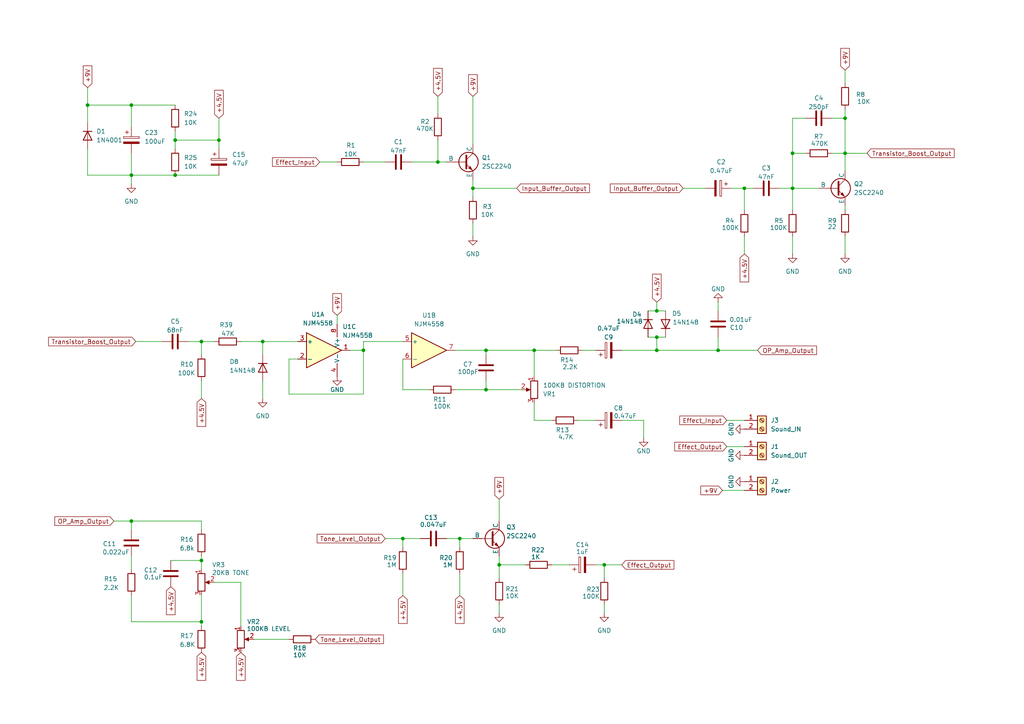
<source format=kicad_sch>
(kicad_sch (version 20250114) (generator "eeschema") (generator_version "9.0")
  (paper "A4")
  (lib_symbols
    (symbol "Amplifier_Operational:NJM4558" (pin_names (offset 0.127))
      (property "Reference" "U" (at 0 5.08 0))
      (property "Value" "NJM4558" (at 0 -5.08 0))
      (symbol "NJM4558_1_1"
        (polyline (pts (xy -5.08 5.08) (xy 5.08 0) (xy -5.08 -5.08) (xy -5.08 5.08)) (stroke (width 0.254)) (fill (type background)))
        (pin input line (at -7.62 2.54 0) (length 2.54) (name "+") (number "3"))
        (pin input line (at -7.62 -2.54 0) (length 2.54) (name "-") (number "2"))
        (pin output line (at 7.62 0 180) (length 2.54) (name "~") (number "1"))
      )
      (symbol "NJM4558_2_1"
        (polyline (pts (xy -5.08 5.08) (xy 5.08 0) (xy -5.08 -5.08) (xy -5.08 5.08)) (stroke (width 0.254)) (fill (type background)))
        (pin input line (at -7.62 2.54 0) (length 2.54) (name "+") (number "5"))
        (pin input line (at -7.62 -2.54 0) (length 2.54) (name "-") (number "6"))
        (pin output line (at 7.62 0 180) (length 2.54) (name "~") (number "7"))
      )
      (symbol "NJM4558_3_1"
        (pin power_in line (at -2.54 7.62 270) (length 3.81) (name "V+") (number "8"))
        (pin power_in line (at -2.54 -7.62 90) (length 3.81) (name "V-") (number "4"))
      )
    )
    (symbol "Connector:Screw_Terminal_01x02" (pin_names (offset 1.016) (hide yes))
      (property "Reference" "J" (at 0 2.54 0))
      (property "Value" "Screw_Terminal_01x02" (at 0 -5.08 0))
      (symbol "Screw_Terminal_01x02_1_1"
        (rectangle (start -1.27 1.27) (end 1.27 -3.81) (stroke (width 0.254)) (fill (type background)))
        (polyline (pts (xy -0.5334 0.3302) (xy 0.3302 -0.508)) (stroke (width 0.1524)))
        (polyline (pts (xy -0.5334 -2.2098) (xy 0.3302 -3.048)) (stroke (width 0.1524)))
        (polyline (pts (xy -0.3556 0.508) (xy 0.508 -0.3302)) (stroke (width 0.1524)))
        (polyline (pts (xy -0.3556 -2.032) (xy 0.508 -2.8702)) (stroke (width 0.1524)))
        (circle (center 0 0) (radius 0.635) (stroke (width 0.1524)))
        (circle (center 0 -2.54) (radius 0.635) (stroke (width 0.1524)))
        (pin passive line (at -5.08 0 0) (length 3.81) (name "Pin_1") (number "1"))
        (pin passive line (at -5.08 -2.54 0) (length 3.81) (name "Pin_2") (number "2"))
      )
    )
    (symbol "Device:C" (pin_numbers (hide yes)) (pin_names (offset 0.254))
      (property "Reference" "C" (at 0.635 2.54 0))
      (property "Value" "C" (at 0.635 -2.54 0))
      (symbol "C_0_1"
        (polyline (pts (xy -2.032 0.762) (xy 2.032 0.762)) (stroke (width 0.508)))
        (polyline (pts (xy -2.032 -0.762) (xy 2.032 -0.762)) (stroke (width 0.508)))
      )
      (symbol "C_1_1"
        (pin passive line (at 0 3.81 270) (length 2.794) (name "~") (number "1"))
        (pin passive line (at 0 -3.81 90) (length 2.794) (name "~") (number "2"))
      )
    )
    (symbol "Device:C_Polarized" (pin_numbers (hide yes)) (pin_names (offset 0.254))
      (property "Reference" "C" (at 0.635 2.54 0))
      (property "Value" "C_Polarized" (at 0.635 -2.54 0))
      (symbol "C_Polarized_0_1"
        (rectangle (start -2.286 0.508) (end 2.286 1.016))
        (polyline (pts (xy -1.778 2.286) (xy -0.762 2.286)))
        (polyline (pts (xy -1.27 2.794) (xy -1.27 1.778)))
        (rectangle (start 2.286 -0.508) (end -2.286 -1.016) (fill (type outline)))
      )
      (symbol "C_Polarized_1_1"
        (pin passive line (at 0 3.81 270) (length 2.794) (name "~") (number "1"))
        (pin passive line (at 0 -3.81 90) (length 2.794) (name "~") (number "2"))
      )
    )
    (symbol "Device:D" (pin_numbers (hide yes)) (pin_names (offset 1.016) (hide yes))
      (property "Reference" "D" (at 0 2.54 0))
      (property "Value" "D" (at 0 -2.54 0))
      (symbol "D_0_1"
        (polyline (pts (xy -1.27 1.27) (xy -1.27 -1.27)) (stroke (width 0.254)))
        (polyline (pts (xy 1.27 1.27) (xy 1.27 -1.27) (xy -1.27 0) (xy 1.27 1.27)) (stroke (width 0.254)))
        (polyline (pts (xy 1.27 0) (xy -1.27 0)))
      )
      (symbol "D_1_1"
        (pin passive line (at -3.81 0 0) (length 2.54) (name "K") (number "1"))
        (pin passive line (at 3.81 0 180) (length 2.54) (name "A") (number "2"))
      )
    )
    (symbol "Device:R" (pin_numbers (hide yes)) (pin_names (offset 0))
      (property "Reference" "R" (at 2.032 0 90))
      (property "Value" "R" (at 0 0 90))
      (symbol "R_0_1"
        (rectangle (start -1.016 -2.54) (end 1.016 2.54) (stroke (width 0.254)))
      )
      (symbol "R_1_1"
        (pin passive line (at 0 3.81 270) (length 1.27) (name "~") (number "1"))
        (pin passive line (at 0 -3.81 90) (length 1.27) (name "~") (number "2"))
      )
    )
    (symbol "Device:R_Potentiometer" (pin_names (offset 1.016) (hide yes))
      (property "Reference" "RV" (at -4.445 0 90))
      (property "Value" "R_Potentiometer" (at -2.54 0 90))
      (symbol "R_Potentiometer_0_1"
        (rectangle (start 1.016 2.54) (end -1.016 -2.54) (stroke (width 0.254)))
        (polyline (pts (xy 1.143 0) (xy 2.286 0.508) (xy 2.286 -0.508) (xy 1.143 0)) (fill (type outline)))
        (polyline (pts (xy 2.54 0) (xy 1.524 0)))
      )
      (symbol "R_Potentiometer_1_1"
        (pin passive line (at 0 3.81 270) (length 1.27) (name "1") (number "1"))
        (pin passive line (at 0 -3.81 90) (length 1.27) (name "3") (number "3"))
        (pin passive line (at 3.81 0 180) (length 1.27) (name "2") (number "2"))
      )
    )
    (symbol "Simulation_SPICE:NPN" (pin_numbers (hide yes)) (pin_names (offset 0))
      (property "Reference" "Q" (at -2.54 7.62 0))
      (property "Value" "NPN" (at -2.54 5.08 0))
      (symbol "NPN_0_1"
        (polyline (pts (xy -2.54 0) (xy 0.635 0)) (stroke (width 0.1524)))
        (polyline (pts (xy 0.635 1.905) (xy 0.635 -1.905) (xy 0.635 -1.905)) (stroke (width 0.508)))
        (polyline (pts (xy 0.635 0.635) (xy 2.54 2.54)))
        (polyline (pts (xy 0.635 -0.635) (xy 2.54 -2.54) (xy 2.54 -2.54)))
        (circle (center 1.27 0) (radius 2.8194) (stroke (width 0.254)))
        (polyline (pts (xy 1.27 -1.778) (xy 1.778 -1.27) (xy 2.286 -2.286) (xy 1.27 -1.778) (xy 1.27 -1.778)) (fill (type outline)))
        (polyline (pts (xy 2.794 -1.27) (xy 2.794 -1.27)) (stroke (width 0.1524)))
        (polyline (pts (xy 2.794 -1.27) (xy 2.794 -1.27)) (stroke (width 0.1524)))
      )
      (symbol "NPN_1_1"
        (pin input line (at -5.08 0 0) (length 2.54) (name "B") (number "2"))
        (pin open_collector line (at 2.54 5.08 270) (length 2.54) (name "C") (number "1"))
        (pin open_emitter line (at 2.54 -5.08 90) (length 2.54) (name "E") (number "3"))
      )
    )
    (symbol "power:GND" (power) (pin_numbers (hide yes)) (pin_names (offset 0) (hide yes))
      (property "Value" "GND" (at 0 -3.81 0))
      (symbol "GND_0_1"
        (polyline (pts (xy 0 0) (xy 0 -1.27) (xy 1.27 -1.27) (xy 0 -2.54) (xy -1.27 -1.27) (xy 0 -1.27)))
      )
      (symbol "GND_1_1"
        (pin power_in line (at 0 0 270) (length 0) (name "~") (number "1"))
      )
    )
  )
  (junction (at 137.16 54.61))
  (junction (at 133.35 156.21))
  (junction (at 105.41 101.6))
  (junction (at 175.26 163.83))
  (junction (at 144.78 163.83))
  (junction (at 190.5 90.17))
  (junction (at 116.84 156.21))
  (junction (at 127 46.99))
  (junction (at 208.28 101.6))
  (junction (at 245.11 44.45))
  (junction (at 76.2 99.06))
  (junction (at 245.11 34.29))
  (junction (at 38.1 151.13))
  (junction (at 215.9 54.61))
  (junction (at 50.8 50.8))
  (junction (at 50.8 40.64))
  (junction (at 38.1 30.48))
  (junction (at 140.97 101.6))
  (junction (at 25.4 30.48))
  (junction (at 190.5 97.79))
  (junction (at 154.94 101.6))
  (junction (at 58.42 180.34))
  (junction (at 58.42 99.06))
  (junction (at 38.1 50.8))
  (junction (at 229.87 44.45))
  (junction (at 229.87 54.61))
  (junction (at 140.97 113.03))
  (junction (at 190.5 101.6))
  (junction (at 58.42 162.56))
  (junction (at 63.5 40.64))
  (wire (pts (xy 50.8 40.64) (xy 63.5 40.64)))
  (wire (pts (xy 215.9 68.58) (xy 215.9 73.66)))
  (wire (pts (xy 116.84 166.37) (xy 116.84 172.72)))
  (wire (pts (xy 198.12 54.61) (xy 204.47 54.61)))
  (wire (pts (xy 133.35 156.21) (xy 137.16 156.21)))
  (wire (pts (xy 69.85 99.06) (xy 76.2 99.06)))
  (wire (pts (xy 180.34 101.6) (xy 190.5 101.6)))
  (wire (pts (xy 25.4 50.8) (xy 38.1 50.8)))
  (wire (pts (xy 50.8 50.8) (xy 63.5 50.8)))
  (wire (pts (xy 167.64 121.92) (xy 172.72 121.92)))
  (wire (pts (xy 92.71 46.99) (xy 97.79 46.99)))
  (wire (pts (xy 168.91 101.6) (xy 172.72 101.6)))
  (wire (pts (xy 229.87 68.58) (xy 229.87 73.66)))
  (wire (pts (xy 86.36 104.14) (xy 83.82 104.14)))
  (wire (pts (xy 172.72 163.83) (xy 175.26 163.83)))
  (wire (pts (xy 229.87 54.61) (xy 237.49 54.61)))
  (wire (pts (xy 25.4 30.48) (xy 25.4 35.56)))
  (wire (pts (xy 208.28 101.6) (xy 208.28 97.79)))
  (wire (pts (xy 58.42 162.56) (xy 58.42 165.1)))
  (wire (pts (xy 116.84 113.03) (xy 124.46 113.03)))
  (wire (pts (xy 38.1 151.13) (xy 38.1 153.67)))
  (wire (pts (xy 58.42 99.06) (xy 62.23 99.06)))
  (wire (pts (xy 119.38 46.99) (xy 127 46.99)))
  (wire (pts (xy 208.28 101.6) (xy 219.71 101.6)))
  (wire (pts (xy 63.5 40.64) (xy 63.5 43.18)))
  (wire (pts (xy 160.02 163.83) (xy 165.1 163.83)))
  (wire (pts (xy 229.87 34.29) (xy 229.87 44.45)))
  (wire (pts (xy 38.1 36.83) (xy 38.1 30.48)))
  (wire (pts (xy 62.23 168.91) (xy 69.85 168.91)))
  (wire (pts (xy 76.2 110.49) (xy 76.2 115.57)))
  (wire (pts (xy 154.94 116.84) (xy 154.94 121.92)))
  (wire (pts (xy 58.42 151.13) (xy 58.42 153.67)))
  (wire (pts (xy 50.8 38.1) (xy 50.8 40.64)))
  (wire (pts (xy 63.5 34.29) (xy 63.5 40.64)))
  (wire (pts (xy 190.5 87.63) (xy 190.5 90.17)))
  (wire (pts (xy 144.78 163.83) (xy 152.4 163.83)))
  (wire (pts (xy 245.11 34.29) (xy 245.11 44.45)))
  (wire (pts (xy 105.41 99.06) (xy 105.41 101.6)))
  (wire (pts (xy 215.9 54.61) (xy 215.9 60.96)))
  (wire (pts (xy 190.5 90.17) (xy 193.04 90.17)))
  (wire (pts (xy 97.79 91.44) (xy 97.79 93.98)))
  (wire (pts (xy 33.02 151.13) (xy 38.1 151.13)))
  (wire (pts (xy 245.11 20.32) (xy 245.11 24.13)))
  (wire (pts (xy 25.4 25.4) (xy 25.4 30.48)))
  (wire (pts (xy 105.41 46.99) (xy 111.76 46.99)))
  (wire (pts (xy 210.82 121.92) (xy 215.9 121.92)))
  (wire (pts (xy 215.9 54.61) (xy 218.44 54.61)))
  (wire (pts (xy 58.42 99.06) (xy 58.42 102.87)))
  (wire (pts (xy 73.66 185.42) (xy 83.82 185.42)))
  (wire (pts (xy 137.16 54.61) (xy 137.16 57.15)))
  (wire (pts (xy 144.78 175.26) (xy 144.78 177.8)))
  (wire (pts (xy 154.94 101.6) (xy 161.29 101.6)))
  (wire (pts (xy 137.16 64.77) (xy 137.16 68.58)))
  (wire (pts (xy 127 46.99) (xy 129.54 46.99)))
  (wire (pts (xy 127 27.94) (xy 127 33.02)))
  (wire (pts (xy 245.11 68.58) (xy 245.11 73.66)))
  (wire (pts (xy 116.84 156.21) (xy 116.84 158.75)))
  (wire (pts (xy 38.1 180.34) (xy 38.1 172.72)))
  (wire (pts (xy 38.1 161.29) (xy 38.1 165.1)))
  (wire (pts (xy 175.26 163.83) (xy 180.34 163.83)))
  (wire (pts (xy 140.97 101.6) (xy 154.94 101.6)))
  (wire (pts (xy 190.5 101.6) (xy 190.5 97.79)))
  (wire (pts (xy 245.11 44.45) (xy 251.46 44.45)))
  (wire (pts (xy 58.42 172.72) (xy 58.42 180.34)))
  (wire (pts (xy 38.1 50.8) (xy 50.8 50.8)))
  (wire (pts (xy 38.1 151.13) (xy 58.42 151.13)))
  (wire (pts (xy 25.4 30.48) (xy 38.1 30.48)))
  (wire (pts (xy 180.34 121.92) (xy 186.69 121.92)))
  (wire (pts (xy 175.26 163.83) (xy 175.26 167.64)))
  (wire (pts (xy 241.3 34.29) (xy 245.11 34.29)))
  (wire (pts (xy 137.16 52.07) (xy 137.16 54.61)))
  (wire (pts (xy 229.87 34.29) (xy 233.68 34.29)))
  (wire (pts (xy 208.28 87.63) (xy 208.28 90.17)))
  (wire (pts (xy 212.09 54.61) (xy 215.9 54.61)))
  (wire (pts (xy 140.97 101.6) (xy 140.97 102.87)))
  (wire (pts (xy 50.8 40.64) (xy 50.8 43.18)))
  (wire (pts (xy 38.1 50.8) (xy 38.1 53.34)))
  (wire (pts (xy 76.2 99.06) (xy 76.2 102.87)))
  (wire (pts (xy 58.42 181.61) (xy 58.42 180.34)))
  (wire (pts (xy 76.2 99.06) (xy 86.36 99.06)))
  (wire (pts (xy 58.42 161.29) (xy 58.42 162.56)))
  (wire (pts (xy 210.82 129.54) (xy 215.9 129.54)))
  (wire (pts (xy 245.11 44.45) (xy 245.11 49.53)))
  (wire (pts (xy 140.97 113.03) (xy 140.97 110.49)))
  (wire (pts (xy 83.82 104.14) (xy 83.82 114.3)))
  (wire (pts (xy 83.82 114.3) (xy 105.41 114.3)))
  (wire (pts (xy 38.1 44.45) (xy 38.1 50.8)))
  (wire (pts (xy 245.11 59.69) (xy 245.11 60.96)))
  (wire (pts (xy 229.87 44.45) (xy 229.87 54.61)))
  (wire (pts (xy 154.94 121.92) (xy 160.02 121.92)))
  (wire (pts (xy 132.08 113.03) (xy 140.97 113.03)))
  (wire (pts (xy 111.76 156.21) (xy 116.84 156.21)))
  (wire (pts (xy 25.4 43.18) (xy 25.4 50.8)))
  (wire (pts (xy 58.42 162.56) (xy 49.53 162.56)))
  (wire (pts (xy 187.96 97.79) (xy 190.5 97.79)))
  (wire (pts (xy 58.42 180.34) (xy 38.1 180.34)))
  (wire (pts (xy 229.87 44.45) (xy 233.68 44.45)))
  (wire (pts (xy 38.1 30.48) (xy 50.8 30.48)))
  (wire (pts (xy 116.84 99.06) (xy 105.41 99.06)))
  (wire (pts (xy 245.11 34.29) (xy 245.11 31.75)))
  (wire (pts (xy 229.87 54.61) (xy 229.87 60.96)))
  (wire (pts (xy 116.84 104.14) (xy 116.84 113.03)))
  (wire (pts (xy 127 40.64) (xy 127 46.99)))
  (wire (pts (xy 187.96 90.17) (xy 190.5 90.17)))
  (wire (pts (xy 54.61 99.06) (xy 58.42 99.06)))
  (wire (pts (xy 241.3 44.45) (xy 245.11 44.45)))
  (wire (pts (xy 105.41 114.3) (xy 105.41 101.6)))
  (wire (pts (xy 116.84 156.21) (xy 121.92 156.21)))
  (wire (pts (xy 144.78 161.29) (xy 144.78 163.83)))
  (wire (pts (xy 186.69 121.92) (xy 186.69 127)))
  (wire (pts (xy 144.78 163.83) (xy 144.78 167.64)))
  (wire (pts (xy 226.06 54.61) (xy 229.87 54.61)))
  (wire (pts (xy 154.94 101.6) (xy 154.94 109.22)))
  (wire (pts (xy 144.78 144.78) (xy 144.78 151.13)))
  (wire (pts (xy 129.54 156.21) (xy 133.35 156.21)))
  (wire (pts (xy 39.37 99.06) (xy 46.99 99.06)))
  (wire (pts (xy 209.55 142.24) (xy 215.9 142.24)))
  (wire (pts (xy 105.41 101.6) (xy 101.6 101.6)))
  (wire (pts (xy 137.16 54.61) (xy 149.86 54.61)))
  (wire (pts (xy 132.08 101.6) (xy 140.97 101.6)))
  (wire (pts (xy 140.97 113.03) (xy 151.13 113.03)))
  (wire (pts (xy 69.85 168.91) (xy 69.85 181.61)))
  (wire (pts (xy 190.5 97.79) (xy 193.04 97.79)))
  (wire (pts (xy 137.16 27.94) (xy 137.16 41.91)))
  (wire (pts (xy 58.42 110.49) (xy 58.42 115.57)))
  (wire (pts (xy 133.35 166.37) (xy 133.35 172.72)))
  (wire (pts (xy 175.26 175.26) (xy 175.26 177.8)))
  (wire (pts (xy 133.35 156.21) (xy 133.35 158.75)))
  (wire (pts (xy 190.5 101.6) (xy 208.28 101.6)))
  (global_label "Transistor_Boost_Output" (shape input) (at 39.37 99.06 180) (property "Intersheetrefs" "${INTERSHEET_REFS}" (effects (hide yes))))
  (global_label "Input_Buffer_Output" (shape input) (at 149.86 54.61 0) (property "Intersheetrefs" "${INTERSHEET_REFS}" (effects (hide yes))))
  (global_label "Tone_Level_Output" (shape input) (at 91.44 185.42 0) (property "Intersheetrefs" "${INTERSHEET_REFS}" (effects (hide yes))))
  (global_label "+4.5V" (shape input) (at 215.9 73.66 270) (property "Intersheetrefs" "${INTERSHEET_REFS}" (effects (hide yes))))
  (global_label "+4.5V" (shape input) (at 133.35 172.72 270) (property "Intersheetrefs" "${INTERSHEET_REFS}" (effects (hide yes))))
  (global_label "+4.5V" (shape input) (at 49.53 170.18 270) (property "Intersheetrefs" "${INTERSHEET_REFS}" (effects (hide yes))))
  (global_label "Tone_Level_Output" (shape input) (at 111.76 156.21 180) (property "Intersheetrefs" "${INTERSHEET_REFS}" (effects (hide yes))))
  (global_label "Input_Buffer_Output" (shape input) (at 198.12 54.61 180) (property "Intersheetrefs" "${INTERSHEET_REFS}" (effects (hide yes))))
  (global_label "OP_Amp_Output" (shape input) (at 219.71 101.6 0) (property "Intersheetrefs" "${INTERSHEET_REFS}" (effects (hide yes))))
  (global_label "Effect_Output" (shape input) (at 180.34 163.83 0) (property "Intersheetrefs" "${INTERSHEET_REFS}" (effects (hide yes))))
  (global_label "+4.5V" (shape input) (at 58.42 115.57 270) (property "Intersheetrefs" "${INTERSHEET_REFS}" (effects (hide yes))))
  (global_label "+9V" (shape input) (at 137.16 27.94 90) (property "Intersheetrefs" "${INTERSHEET_REFS}" (effects (hide yes))))
  (global_label "OP_Amp_Output" (shape input) (at 33.02 151.13 180) (property "Intersheetrefs" "${INTERSHEET_REFS}" (effects (hide yes))))
  (global_label "+4.5V" (shape input) (at 116.84 172.72 270) (property "Intersheetrefs" "${INTERSHEET_REFS}" (effects (hide yes))))
  (global_label "+4.5V" (shape input) (at 63.5 34.29 90) (property "Intersheetrefs" "${INTERSHEET_REFS}" (effects (hide yes))))
  (global_label "+4.5V" (shape input) (at 69.85 189.23 270) (property "Intersheetrefs" "${INTERSHEET_REFS}" (effects (hide yes))))
  (global_label "Effect_Input" (shape input) (at 210.82 121.92 180) (property "Intersheetrefs" "${INTERSHEET_REFS}" (effects (hide yes))))
  (global_label "+9V" (shape input) (at 245.11 20.32 90) (property "Intersheetrefs" "${INTERSHEET_REFS}" (effects (hide yes))))
  (global_label "+4.5V" (shape input) (at 58.42 189.23 270) (property "Intersheetrefs" "${INTERSHEET_REFS}" (effects (hide yes))))
  (global_label "Transistor_Boost_Output" (shape input) (at 251.46 44.45 0) (property "Intersheetrefs" "${INTERSHEET_REFS}" (effects (hide yes))))
  (global_label "+4.5V" (shape input) (at 190.5 87.63 90) (property "Intersheetrefs" "${INTERSHEET_REFS}" (effects (hide yes))))
  (global_label "Effect_Input" (shape input) (at 92.71 46.99 180) (property "Intersheetrefs" "${INTERSHEET_REFS}" (effects (hide yes))))
  (global_label "Effect_Output" (shape input) (at 210.82 129.54 180) (property "Intersheetrefs" "${INTERSHEET_REFS}" (effects (hide yes))))
  (global_label "+9V" (shape input) (at 144.78 144.78 90) (property "Intersheetrefs" "${INTERSHEET_REFS}" (effects (hide yes))))
  (global_label "+9V" (shape input) (at 25.4 25.4 90) (property "Intersheetrefs" "${INTERSHEET_REFS}" (effects (hide yes))))
  (global_label "+4.5V" (shape input) (at 127 27.94 90) (property "Intersheetrefs" "${INTERSHEET_REFS}" (effects (hide yes))))
  (global_label "+9V" (shape input) (at 97.79 91.44 90) (property "Intersheetrefs" "${INTERSHEET_REFS}" (effects (hide yes))))
  (global_label "+9V" (shape input) (at 209.55 142.24 180) (property "Intersheetrefs" "${INTERSHEET_REFS}" (effects (hide yes))))
  (symbol (lib_id "Connector:Screw_Terminal_01x02") (at 220.98 129.54 0) (unit 1)
    (property "Reference" "J1" (at 223.52 129.5399 0) (effects (justify left)))
    (property "Value" "Sound_OUT" (at 223.52 132.0799 0) (effects (justify left)))
    (property "Footprint" "TerminalBlock_Phoenix:TerminalBlock_Phoenix_MPT-0,5-2-2.54_1x02_P2.54mm_Horizontal" (effects (hide yes)))
    (property "Description" "Generic screw terminal, single row, 01x02, script generated (kicad-library-utils/schlib/autogen/connector/)" (effects (hide yes)))
  )
  (symbol (lib_id "Device:C") (at 50.8 99.06 90) (unit 1)
    (property "Reference" "C5" (at 50.8 93.218 90))
    (property "Value" "68nF" (at 50.8 95.758 90))
    (property "Footprint" "Capacitor_THT:C_Disc_D5.0mm_W2.5mm_P2.50mm" (effects (hide yes)))
    (property "Description" "Unpolarized capacitor" (effects (hide yes)))
  )
  (symbol (lib_id "power:GND") (at 97.79 109.22 0) (unit 1)
    (property "Reference" "#PWR06" (effects (hide yes)))
    (property "Value" "GND" (at 97.79 113.03 0))
    (property "Description" "Power symbol creates a global label with name \"GND\" , ground" (effects (hide yes)))
  )
  (symbol (lib_id "Device:R") (at 58.42 157.48 180) (unit 1)
    (property "Reference" "R16" (at 56.134 156.464 0) (effects (justify left)))
    (property "Value" "6.8k" (at 56.388 159.004 0) (effects (justify left)))
    (property "Footprint" "Resistor_THT:R_Axial_DIN0207_L6.3mm_D2.5mm_P10.16mm_Horizontal" (effects (hide yes)))
    (property "Description" "Resistor" (effects (hide yes)))
  )
  (symbol (lib_id "Device:C_Polarized") (at 63.5 46.99 0) (unit 1)
    (property "Reference" "C15" (at 67.31 44.8309 0) (effects (justify left)))
    (property "Value" "47uF" (at 67.31 47.3709 0) (effects (justify left)))
    (property "Footprint" "Capacitor_THT:CP_Radial_D5.0mm_P2.50mm" (effects (hide yes)))
    (property "Description" "Polarized capacitor" (effects (hide yes)))
  )
  (symbol (lib_id "Device:C_Polarized") (at 208.28 54.61 270) (unit 1)
    (property "Reference" "C2" (at 209.169 46.99 90))
    (property "Value" "0.47uF" (at 209.169 49.53 90))
    (property "Footprint" "Capacitor_THT:CP_Radial_D5.0mm_P2.50mm" (effects (hide yes)))
    (property "Description" "Polarized capacitor" (effects (hide yes)))
  )
  (symbol (lib_id "Device:C") (at 222.25 54.61 90) (unit 1)
    (property "Reference" "C3" (at 222.25 48.768 90))
    (property "Value" "47nF" (at 222.25 51.308 90))
    (property "Footprint" "Capacitor_THT:C_Disc_D5.0mm_W2.5mm_P2.50mm" (effects (hide yes)))
    (property "Description" "Unpolarized capacitor" (effects (hide yes)))
  )
  (symbol (lib_id "Simulation_SPICE:NPN") (at 142.24 156.21 0) (unit 1)
    (property "Reference" "Q3" (at 146.812 152.908 0) (effects (justify left)))
    (property "Value" "2SC2240" (at 146.812 155.448 0) (effects (justify left)))
    (property "Footprint" "Package_TO_SOT_THT:TO-92L_Inline_Wide" (effects (hide yes)))
    (property "Datasheet" "https://ngspice.sourceforge.io/docs/ngspice-html-manual/manual.xhtml#cha_BJTs" (effects (hide yes)))
    (property "Description" "Bipolar transistor symbol for simulation only, substrate tied to the emitter" (effects (hide yes)))
    (property "Sim.Device" "NPN" (effects (hide yes)))
    (property "Sim.Type" "GUMMELPOON" (effects (hide yes)))
    (property "Sim.Pins" "1=C 2=B 3=E" (effects (hide yes)))
  )
  (symbol (lib_id "Device:C") (at 208.28 93.98 0) (unit 1)
    (property "Reference" "C10" (at 213.614 94.996 0))
    (property "Value" "0.01uF" (at 214.884 92.71 0))
    (property "Footprint" "Capacitor_THT:C_Disc_D5.0mm_W2.5mm_P2.50mm" (effects (hide yes)))
    (property "Description" "Unpolarized capacitor" (effects (hide yes)))
  )
  (symbol (lib_id "Device:D") (at 193.04 93.98 90) (unit 1)
    (property "Reference" "D5" (at 197.612 90.932 90) (effects (justify left)))
    (property "Value" "14N148" (at 202.692 93.472 90) (effects (justify left)))
    (property "Footprint" "Diode_THT:D_DO-35_SOD27_P7.62mm_Horizontal" (effects (hide yes)))
    (property "Description" "Diode" (effects (hide yes)))
    (property "Sim.Device" "D" (effects (hide yes)))
    (property "Sim.Pins" "1=K 2=A" (effects (hide yes)))
  )
  (symbol (lib_id "Device:C") (at 125.73 156.21 270) (unit 1)
    (property "Reference" "C13" (at 124.968 150.114 90))
    (property "Value" "0.047uF" (at 125.73 152.146 90))
    (property "Footprint" "Capacitor_THT:C_Disc_D5.0mm_W2.5mm_P2.50mm" (effects (hide yes)))
    (property "Description" "Unpolarized capacitor" (effects (hide yes)))
  )
  (symbol (lib_id "Device:C_Polarized") (at 176.53 101.6 90) (unit 1)
    (property "Reference" "C9" (at 176.53 97.79 90))
    (property "Value" "0.47uF" (at 176.53 95.25 90))
    (property "Footprint" "Capacitor_THT:CP_Radial_D5.0mm_P2.50mm" (effects (hide yes)))
    (property "Description" "Polarized capacitor" (effects (hide yes)))
  )
  (symbol (lib_id "Device:C") (at 49.53 166.37 180) (unit 1)
    (property "Reference" "C12" (at 43.688 165.354 0))
    (property "Value" "0.1uF" (at 44.45 167.386 0))
    (property "Footprint" "Capacitor_THT:C_Disc_D5.0mm_W2.5mm_P2.50mm" (effects (hide yes)))
    (property "Description" "Unpolarized capacitor" (effects (hide yes)))
  )
  (symbol (lib_id "Device:R") (at 101.6 46.99 90) (unit 1)
    (property "Reference" "R1" (at 103.124 42.164 90) (effects (justify left)))
    (property "Value" "10K" (at 103.6319 44.704 90) (effects (justify left)))
    (property "Footprint" "Resistor_THT:R_Axial_DIN0207_L6.3mm_D2.5mm_P10.16mm_Horizontal" (effects (hide yes)))
    (property "Description" "Resistor" (effects (hide yes)))
  )
  (symbol (lib_id "power:GND") (at 245.11 73.66 0) (unit 1)
    (property "Reference" "#PWR04" (effects (hide yes)))
    (property "Value" "GND" (at 245.11 78.74 0))
    (property "Description" "Power symbol creates a global label with name \"GND\" , ground" (effects (hide yes)))
  )
  (symbol (lib_id "Device:D") (at 25.4 39.37 270) (unit 1)
    (property "Reference" "D1" (at 27.94 38.0999 90) (effects (justify left)))
    (property "Value" "1N4001" (at 27.94 40.6399 90) (effects (justify left)))
    (property "Footprint" "Diode_THT:D_DO-35_SOD27_P7.62mm_Horizontal" (effects (hide yes)))
    (property "Description" "Diode" (effects (hide yes)))
    (property "Sim.Device" "D" (effects (hide yes)))
    (property "Sim.Pins" "1=K 2=A" (effects (hide yes)))
  )
  (symbol (lib_id "Device:R") (at 116.84 162.56 0) (unit 1)
    (property "Reference" "R19" (at 115.062 161.798 0) (effects (justify right)))
    (property "Value" "1M" (at 115.062 163.83 0) (effects (justify right)))
    (property "Footprint" "Resistor_THT:R_Axial_DIN0207_L6.3mm_D2.5mm_P10.16mm_Horizontal" (effects (hide yes)))
    (property "Description" "Resistor" (effects (hide yes)))
  )
  (symbol (lib_id "power:GND") (at 215.9 132.08 270) (unit 1)
    (property "Reference" "#PWR012" (effects (hide yes)))
    (property "Value" "GND" (at 212.09 132.08 0))
    (property "Description" "Power symbol creates a global label with name \"GND\" , ground" (effects (hide yes)))
  )
  (symbol (lib_id "Connector:Screw_Terminal_01x02") (at 220.98 139.7 0) (unit 1)
    (property "Reference" "J2" (at 223.52 139.6999 0) (effects (justify left)))
    (property "Value" "Power" (at 223.52 142.2399 0) (effects (justify left)))
    (property "Footprint" "TerminalBlock_Phoenix:TerminalBlock_Phoenix_MPT-0,5-2-2.54_1x02_P2.54mm_Horizontal" (effects (hide yes)))
    (property "Description" "Generic screw terminal, single row, 01x02, script generated (kicad-library-utils/schlib/autogen/connector/)" (effects (hide yes)))
  )
  (symbol (lib_id "Device:C_Polarized") (at 38.1 40.64 0) (unit 1)
    (property "Reference" "C23" (at 41.91 38.4809 0) (effects (justify left)))
    (property "Value" "100uF" (at 41.91 41.0209 0) (effects (justify left)))
    (property "Footprint" "Capacitor_THT:CP_Radial_D5.0mm_P2.50mm" (effects (hide yes)))
    (property "Description" "Polarized capacitor" (effects (hide yes)))
  )
  (symbol (lib_id "Amplifier_Operational:NJM4558") (at 93.98 101.6 0) (unit 1)
    (property "Reference" "U1" (at 92.202 91.186 0))
    (property "Value" "NJM4558" (at 92.202 93.726 0))
    (property "Footprint" "Package_SIP:SIP-8_19x3mm_P2.54mm" (effects (hide yes)))
    (property "Datasheet" "http://www.njr.com/semicon/PDF/NJM4558_NJM4559_E.pdf" (effects (hide yes)))
    (property "Description" "Dual Operational Amplifier, DIP-8/DMP-8/SIP-8/SOP-8/SSOP-8" (effects (hide yes)))
  )
  (symbol (lib_id "power:GND") (at 76.2 115.57 0) (unit 1)
    (property "Reference" "#PWR05" (effects (hide yes)))
    (property "Value" "GND" (at 76.2 120.65 0))
    (property "Description" "Power symbol creates a global label with name \"GND\" , ground" (effects (hide yes)))
  )
  (symbol (lib_id "power:GND") (at 175.26 177.8 0) (unit 1)
    (property "Reference" "#PWR010" (effects (hide yes)))
    (property "Value" "GND" (at 175.26 182.88 0))
    (property "Description" "Power symbol creates a global label with name \"GND\" , ground" (effects (hide yes)))
  )
  (symbol (lib_id "Device:R") (at 133.35 162.56 0) (unit 1)
    (property "Reference" "R20" (at 131.318 161.798 0) (effects (justify right)))
    (property "Value" "1M" (at 131.318 163.83 0) (effects (justify right)))
    (property "Footprint" "Resistor_THT:R_Axial_DIN0207_L6.3mm_D2.5mm_P10.16mm_Horizontal" (effects (hide yes)))
    (property "Description" "Resistor" (effects (hide yes)))
  )
  (symbol (lib_id "Device:R") (at 156.21 163.83 90) (unit 1)
    (property "Reference" "R22" (at 157.988 159.512 90) (effects (justify left)))
    (property "Value" "1K" (at 156.718 161.544 90) (effects (justify left)))
    (property "Footprint" "Resistor_THT:R_Axial_DIN0207_L6.3mm_D2.5mm_P10.16mm_Horizontal" (effects (hide yes)))
    (property "Description" "Resistor" (effects (hide yes)))
  )
  (symbol (lib_id "Device:C_Polarized") (at 176.53 121.92 90) (unit 1)
    (property "Reference" "C8" (at 179.324 118.364 90))
    (property "Value" "0.47uF" (at 181.356 120.65 90))
    (property "Footprint" "Capacitor_THT:CP_Radial_D5.0mm_P2.50mm" (effects (hide yes)))
    (property "Description" "Polarized capacitor" (effects (hide yes)))
  )
  (symbol (lib_id "power:GND") (at 215.9 124.46 270) (unit 1)
    (property "Reference" "#PWR013" (effects (hide yes)))
    (property "Value" "GND" (at 212.09 124.46 0))
    (property "Description" "Power symbol creates a global label with name \"GND\" , ground" (effects (hide yes)))
  )
  (symbol (lib_id "Device:R") (at 50.8 34.29 0) (unit 1)
    (property "Reference" "R24" (at 53.34 33.0199 0) (effects (justify left)))
    (property "Value" "10K" (at 53.34 35.5599 0) (effects (justify left)))
    (property "Footprint" "Resistor_THT:R_Axial_DIN0207_L6.3mm_D2.5mm_P10.16mm_Horizontal" (effects (hide yes)))
    (property "Description" "Resistor" (effects (hide yes)))
  )
  (symbol (lib_id "Device:R_Potentiometer") (at 69.85 185.42 0) (unit 1)
    (property "Reference" "VR2" (at 75.438 180.34 0) (effects (justify right)))
    (property "Value" "100KB LEVEL" (at 84.328 182.372 0) (effects (justify right)))
    (property "Footprint" "TerminalBlock_Phoenix:TerminalBlock_Phoenix_MPT-0,5-3-2.54_1x03_P2.54mm_Horizontal" (effects (hide yes)))
    (property "Description" "Potentiometer" (effects (hide yes)))
  )
  (symbol (lib_id "Device:R") (at 215.9 64.77 180) (unit 1)
    (property "Reference" "R4" (at 210.312 64.008 0) (effects (justify right)))
    (property "Value" "100K" (at 209.296 66.04 0) (effects (justify right)))
    (property "Footprint" "Resistor_THT:R_Axial_DIN0207_L6.3mm_D2.5mm_P10.16mm_Horizontal" (effects (hide yes)))
    (property "Description" "Resistor" (effects (hide yes)))
  )
  (symbol (lib_id "Device:R") (at 50.8 46.99 0) (unit 1)
    (property "Reference" "R25" (at 53.34 45.7199 0) (effects (justify left)))
    (property "Value" "10K" (at 53.34 48.2599 0) (effects (justify left)))
    (property "Footprint" "Resistor_THT:R_Axial_DIN0207_L6.3mm_D2.5mm_P10.16mm_Horizontal" (effects (hide yes)))
    (property "Description" "Resistor" (effects (hide yes)))
  )
  (symbol (lib_id "Simulation_SPICE:NPN") (at 242.57 54.61 0) (unit 1)
    (property "Reference" "Q2" (at 247.65 53.3399 0) (effects (justify left)))
    (property "Value" "2SC2240" (at 247.65 55.8799 0) (effects (justify left)))
    (property "Footprint" "Package_TO_SOT_THT:TO-92L_Inline_Wide" (effects (hide yes)))
    (property "Datasheet" "https://ngspice.sourceforge.io/docs/ngspice-html-manual/manual.xhtml#cha_BJTs" (effects (hide yes)))
    (property "Description" "Bipolar transistor symbol for simulation only, substrate tied to the emitter" (effects (hide yes)))
    (property "Sim.Device" "NPN" (effects (hide yes)))
    (property "Sim.Type" "GUMMELPOON" (effects (hide yes)))
    (property "Sim.Pins" "1=C 2=B 3=E" (effects (hide yes)))
  )
  (symbol (lib_id "Amplifier_Operational:NJM4558") (at 100.33 101.6 0) (unit 3)
    (property "Reference" "U1" (at 99.314 94.742 0) (effects (justify left)))
    (property "Value" "NJM4558" (at 99.314 97.282 0) (effects (justify left)))
    (property "Footprint" "Package_SIP:SIP-8_19x3mm_P2.54mm" (effects (hide yes)))
    (property "Datasheet" "http://www.njr.com/semicon/PDF/NJM4558_NJM4559_E.pdf" (effects (hide yes)))
    (property "Description" "Dual Operational Amplifier, DIP-8/DMP-8/SIP-8/SOP-8/SSOP-8" (effects (hide yes)))
  )
  (symbol (lib_id "Amplifier_Operational:NJM4558") (at 124.46 101.6 0) (unit 2)
    (property "Reference" "U1" (at 124.46 91.44 0))
    (property "Value" "NJM4558" (at 124.46 93.98 0))
    (property "Footprint" "Package_SIP:SIP-8_19x3mm_P2.54mm" (effects (hide yes)))
    (property "Datasheet" "http://www.njr.com/semicon/PDF/NJM4558_NJM4559_E.pdf" (effects (hide yes)))
    (property "Description" "Dual Operational Amplifier, DIP-8/DMP-8/SIP-8/SOP-8/SSOP-8" (effects (hide yes)))
  )
  (symbol (lib_id "power:GND") (at 137.16 68.58 0) (unit 1)
    (property "Reference" "#PWR03" (effects (hide yes)))
    (property "Value" "GND" (at 137.16 73.66 0))
    (property "Description" "Power symbol creates a global label with name \"GND\" , ground" (effects (hide yes)))
  )
  (symbol (lib_id "Device:R") (at 58.42 106.68 180) (unit 1)
    (property "Reference" "R10" (at 56.134 105.664 0) (effects (justify left)))
    (property "Value" "100K" (at 56.6419 108.204 0) (effects (justify left)))
    (property "Footprint" "Resistor_THT:R_Axial_DIN0207_L6.3mm_D2.5mm_P10.16mm_Horizontal" (effects (hide yes)))
    (property "Description" "Resistor" (effects (hide yes)))
  )
  (symbol (lib_id "Device:R") (at 137.16 60.96 180) (unit 1)
    (property "Reference" "R3" (at 139.954 59.944 0) (effects (justify right)))
    (property "Value" "10K" (at 139.446 62.23 0) (effects (justify right)))
    (property "Footprint" "Resistor_THT:R_Axial_DIN0207_L6.3mm_D2.5mm_P10.16mm_Horizontal" (effects (hide yes)))
    (property "Description" "Resistor" (effects (hide yes)))
  )
  (symbol (lib_id "Device:R") (at 163.83 121.92 270) (unit 1)
    (property "Reference" "R13" (at 165.1 124.714 90) (effects (justify right)))
    (property "Value" "4.7K" (at 166.37 126.746 90) (effects (justify right)))
    (property "Footprint" "Resistor_THT:R_Axial_DIN0207_L6.3mm_D2.5mm_P10.16mm_Horizontal" (effects (hide yes)))
    (property "Description" "Resistor" (effects (hide yes)))
  )
  (symbol (lib_id "Device:R") (at 245.11 64.77 180) (unit 1)
    (property "Reference" "R9" (at 240.03 64.008 0) (effects (justify right)))
    (property "Value" "22" (at 240.03 65.786 0) (effects (justify right)))
    (property "Footprint" "Resistor_THT:R_Axial_DIN0207_L6.3mm_D2.5mm_P10.16mm_Horizontal" (effects (hide yes)))
    (property "Description" "Resistor" (effects (hide yes)))
  )
  (symbol (lib_id "Device:R") (at 38.1 168.91 180) (unit 1)
    (property "Reference" "R15" (at 34.036 167.894 0) (effects (justify left)))
    (property "Value" "2.2K" (at 34.5439 170.434 0) (effects (justify left)))
    (property "Footprint" "Resistor_THT:R_Axial_DIN0207_L6.3mm_D2.5mm_P10.16mm_Horizontal" (effects (hide yes)))
    (property "Description" "Resistor" (effects (hide yes)))
  )
  (symbol (lib_id "power:GND") (at 38.1 53.34 0) (unit 1)
    (property "Reference" "#PWR01" (effects (hide yes)))
    (property "Value" "GND" (at 38.1 58.42 0))
    (property "Description" "Power symbol creates a global label with name \"GND\" , ground" (effects (hide yes)))
  )
  (symbol (lib_id "Device:R") (at 165.1 101.6 270) (unit 1)
    (property "Reference" "R14" (at 166.37 104.394 90) (effects (justify right)))
    (property "Value" "2.2K" (at 167.64 106.426 90) (effects (justify right)))
    (property "Footprint" "Resistor_THT:R_Axial_DIN0207_L6.3mm_D2.5mm_P10.16mm_Horizontal" (effects (hide yes)))
    (property "Description" "Resistor" (effects (hide yes)))
  )
  (symbol (lib_id "power:GND") (at 215.9 139.7 270) (unit 1)
    (property "Reference" "#PWR011" (effects (hide yes)))
    (property "Value" "GND" (at 212.09 139.7 0))
    (property "Description" "Power symbol creates a global label with name \"GND\" , ground" (effects (hide yes)))
  )
  (symbol (lib_id "Device:R_Potentiometer") (at 154.94 113.03 0) (mirror y) (unit 1)
    (property "Reference" "VR1" (at 157.48 114.3001 0) (effects (justify right)))
    (property "Value" "100KB DISTORTION" (at 157.48 111.7601 0) (effects (justify right)))
    (property "Footprint" "TerminalBlock_Phoenix:TerminalBlock_Phoenix_MPT-0,5-3-2.54_1x03_P2.54mm_Horizontal" (effects (hide yes)))
    (property "Description" "Potentiometer" (effects (hide yes)))
  )
  (symbol (lib_id "Device:C") (at 140.97 106.68 180) (unit 1)
    (property "Reference" "C7" (at 135.636 105.664 0))
    (property "Value" "100pF" (at 135.763 107.823 0))
    (property "Footprint" "Capacitor_THT:C_Disc_D5.0mm_W2.5mm_P2.50mm" (effects (hide yes)))
    (property "Description" "Unpolarized capacitor" (effects (hide yes)))
  )
  (symbol (lib_id "Device:C_Polarized") (at 168.91 163.83 90) (unit 1)
    (property "Reference" "C14" (at 168.91 157.988 90))
    (property "Value" "1uF" (at 168.91 160.02 90))
    (property "Footprint" "Capacitor_THT:CP_Radial_D5.0mm_P2.50mm" (effects (hide yes)))
    (property "Description" "Polarized capacitor" (effects (hide yes)))
  )
  (symbol (lib_id "Device:R") (at 128.27 113.03 270) (unit 1)
    (property "Reference" "R11" (at 129.54 115.824 90) (effects (justify right)))
    (property "Value" "100K" (at 130.81 117.856 90) (effects (justify right)))
    (property "Footprint" "Resistor_THT:R_Axial_DIN0207_L6.3mm_D2.5mm_P10.16mm_Horizontal" (effects (hide yes)))
    (property "Description" "Resistor" (effects (hide yes)))
  )
  (symbol (lib_id "power:GND") (at 186.69 127 0) (unit 1)
    (property "Reference" "#PWR07" (effects (hide yes)))
    (property "Value" "GND" (at 186.69 130.81 0))
    (property "Description" "Power symbol creates a global label with name \"GND\" , ground" (effects (hide yes)))
  )
  (symbol (lib_id "Device:C") (at 237.49 34.29 90) (unit 1)
    (property "Reference" "C4" (at 237.49 28.448 90))
    (property "Value" "250pF" (at 237.49 30.988 90))
    (property "Footprint" "Capacitor_THT:C_Disc_D5.0mm_W2.5mm_P2.50mm" (effects (hide yes)))
    (property "Description" "Unpolarized capacitor" (effects (hide yes)))
  )
  (symbol (lib_id "Device:R") (at 229.87 64.77 180) (unit 1)
    (property "Reference" "R5" (at 224.536 64.008 0) (effects (justify right)))
    (property "Value" "100K" (at 223.266 66.04 0) (effects (justify right)))
    (property "Footprint" "Resistor_THT:R_Axial_DIN0207_L6.3mm_D2.5mm_P10.16mm_Horizontal" (effects (hide yes)))
    (property "Description" "Resistor" (effects (hide yes)))
  )
  (symbol (lib_id "Device:R") (at 58.42 185.42 180) (unit 1)
    (property "Reference" "R17" (at 56.134 184.404 0) (effects (justify left)))
    (property "Value" "6.8K" (at 56.6419 186.944 0) (effects (justify left)))
    (property "Footprint" "Resistor_THT:R_Axial_DIN0207_L6.3mm_D2.5mm_P10.16mm_Horizontal" (effects (hide yes)))
    (property "Description" "Resistor" (effects (hide yes)))
  )
  (symbol (lib_id "Device:R") (at 245.11 27.94 0) (unit 1)
    (property "Reference" "R8" (at 250.952 27.432 0) (effects (justify right)))
    (property "Value" "10K" (at 252.476 29.464 0) (effects (justify right)))
    (property "Footprint" "Resistor_THT:R_Axial_DIN0207_L6.3mm_D2.5mm_P10.16mm_Horizontal" (effects (hide yes)))
    (property "Description" "Resistor" (effects (hide yes)))
  )
  (symbol (lib_id "power:GND") (at 144.78 177.8 0) (unit 1)
    (property "Reference" "#PWR09" (effects (hide yes)))
    (property "Value" "GND" (at 144.78 182.88 0))
    (property "Description" "Power symbol creates a global label with name \"GND\" , ground" (effects (hide yes)))
  )
  (symbol (lib_id "Device:R") (at 237.49 44.45 270) (unit 1)
    (property "Reference" "R7" (at 238.76 39.624 90) (effects (justify right)))
    (property "Value" "470K" (at 240.284 41.656 90) (effects (justify right)))
    (property "Footprint" "Resistor_THT:R_Axial_DIN0207_L6.3mm_D2.5mm_P10.16mm_Horizontal" (effects (hide yes)))
    (property "Description" "Resistor" (effects (hide yes)))
  )
  (symbol (lib_id "Device:D") (at 76.2 106.68 270) (unit 1)
    (property "Reference" "D8" (at 66.548 104.902 90) (effects (justify left)))
    (property "Value" "14N148" (at 66.548 107.442 90) (effects (justify left)))
    (property "Footprint" "Diode_THT:D_DO-35_SOD27_P7.62mm_Horizontal" (effects (hide yes)))
    (property "Description" "Diode" (effects (hide yes)))
    (property "Sim.Device" "D" (effects (hide yes)))
    (property "Sim.Pins" "1=K 2=A" (effects (hide yes)))
  )
  (symbol (lib_id "Simulation_SPICE:NPN") (at 134.62 46.99 0) (unit 1)
    (property "Reference" "Q1" (at 139.7 45.7199 0) (effects (justify left)))
    (property "Value" "2SC2240" (at 139.7 48.2599 0) (effects (justify left)))
    (property "Footprint" "Package_TO_SOT_THT:TO-92L_Inline_Wide" (effects (hide yes)))
    (property "Datasheet" "https://ngspice.sourceforge.io/docs/ngspice-html-manual/manual.xhtml#cha_BJTs" (effects (hide yes)))
    (property "Description" "Bipolar transistor symbol for simulation only, substrate tied to the emitter" (effects (hide yes)))
    (property "Sim.Device" "NPN" (effects (hide yes)))
    (property "Sim.Type" "GUMMELPOON" (effects (hide yes)))
    (property "Sim.Pins" "1=C 2=B 3=E" (effects (hide yes)))
  )
  (symbol (lib_id "Device:C") (at 38.1 157.48 180) (unit 1)
    (property "Reference" "C11" (at 31.75 157.734 0))
    (property "Value" "0.022uF" (at 33.655 160.147 0))
    (property "Footprint" "Capacitor_THT:C_Disc_D5.0mm_W2.5mm_P2.50mm" (effects (hide yes)))
    (property "Description" "Unpolarized capacitor" (effects (hide yes)))
  )
  (symbol (lib_id "Device:R") (at 87.63 185.42 270) (unit 1)
    (property "Reference" "R18" (at 88.9 187.96 90) (effects (justify right)))
    (property "Value" "10K" (at 88.9 189.992 90) (effects (justify right)))
    (property "Footprint" "Resistor_THT:R_Axial_DIN0207_L6.3mm_D2.5mm_P10.16mm_Horizontal" (effects (hide yes)))
    (property "Description" "Resistor" (effects (hide yes)))
  )
  (symbol (lib_id "Device:R") (at 127 36.83 180) (unit 1)
    (property "Reference" "R2" (at 121.92 35.306 0) (effects (justify right)))
    (property "Value" "470K" (at 120.65 37.338 0) (effects (justify right)))
    (property "Footprint" "Resistor_THT:R_Axial_DIN0207_L6.3mm_D2.5mm_P10.16mm_Horizontal" (effects (hide yes)))
    (property "Description" "Resistor" (effects (hide yes)))
  )
  (symbol (lib_id "power:GND") (at 208.28 87.63 180) (unit 1)
    (property "Reference" "#PWR08" (effects (hide yes)))
    (property "Value" "GND" (at 208.28 83.82 0))
    (property "Description" "Power symbol creates a global label with name \"GND\" , ground" (effects (hide yes)))
  )
  (symbol (lib_id "Device:R") (at 66.04 99.06 90) (unit 1)
    (property "Reference" "R39" (at 67.564 94.234 90) (effects (justify left)))
    (property "Value" "47K" (at 68.0719 96.774 90) (effects (justify left)))
    (property "Footprint" "Resistor_THT:R_Axial_DIN0207_L6.3mm_D2.5mm_P10.16mm_Horizontal" (effects (hide yes)))
    (property "Description" "Resistor" (effects (hide yes)))
  )
  (symbol (lib_id "Device:R") (at 175.26 171.45 0) (unit 1)
    (property "Reference" "R23" (at 173.99 170.942 0) (effects (justify right)))
    (property "Value" "100K" (at 173.99 172.974 0) (effects (justify right)))
    (property "Footprint" "Resistor_THT:R_Axial_DIN0207_L6.3mm_D2.5mm_P10.16mm_Horizontal" (effects (hide yes)))
    (property "Description" "Resistor" (effects (hide yes)))
  )
  (symbol (lib_id "Device:R_Potentiometer") (at 58.42 168.91 0) (unit 1)
    (property "Reference" "VR3" (at 65.278 163.83 0) (effects (justify right)))
    (property "Value" "20KB TONE" (at 72.39 166.116 0) (effects (justify right)))
    (property "Footprint" "TerminalBlock_Phoenix:TerminalBlock_Phoenix_MPT-0,5-3-2.54_1x03_P2.54mm_Horizontal" (effects (hide yes)))
    (property "Description" "Potentiometer" (effects (hide yes)))
  )
  (symbol (lib_id "Device:R") (at 144.78 171.45 0) (unit 1)
    (property "Reference" "R21" (at 150.495 170.815 0) (effects (justify right)))
    (property "Value" "10K" (at 150.495 172.847 0) (effects (justify right)))
    (property "Footprint" "Resistor_THT:R_Axial_DIN0207_L6.3mm_D2.5mm_P10.16mm_Horizontal" (effects (hide yes)))
    (property "Description" "Resistor" (effects (hide yes)))
  )
  (symbol (lib_id "Connector:Screw_Terminal_01x02") (at 220.98 121.92 0) (unit 1)
    (property "Reference" "J3" (at 223.52 121.9199 0) (effects (justify left)))
    (property "Value" "Sound_IN" (at 223.52 124.4599 0) (effects (justify left)))
    (property "Footprint" "TerminalBlock_Phoenix:TerminalBlock_Phoenix_MPT-0,5-2-2.54_1x02_P2.54mm_Horizontal" (effects (hide yes)))
    (property "Description" "Generic screw terminal, single row, 01x02, script generated (kicad-library-utils/schlib/autogen/connector/)" (effects (hide yes)))
  )
  (symbol (lib_id "power:GND") (at 229.87 73.66 0) (unit 1)
    (property "Reference" "#PWR02" (effects (hide yes)))
    (property "Value" "GND" (at 229.87 78.74 0))
    (property "Description" "Power symbol creates a global label with name \"GND\" , ground" (effects (hide yes)))
  )
  (symbol (lib_id "Device:C") (at 115.57 46.99 90) (unit 1)
    (property "Reference" "C1" (at 115.57 41.148 90))
    (property "Value" "47nF" (at 115.57 43.688 90))
    (property "Footprint" "Capacitor_THT:C_Disc_D5.0mm_W2.5mm_P2.50mm" (effects (hide yes)))
    (property "Description" "Unpolarized capacitor" (effects (hide yes)))
  )
  (symbol (lib_id "Device:D") (at 187.96 93.98 270) (unit 1)
    (property "Reference" "D4" (at 183.388 91.186 90) (effects (justify left)))
    (property "Value" "14N148" (at 178.816 93.218 90) (effects (justify left)))
    (property "Footprint" "Diode_THT:D_DO-35_SOD27_P7.62mm_Horizontal" (effects (hide yes)))
    (property "Description" "Diode" (effects (hide yes)))
    (property "Sim.Device" "D" (effects (hide yes)))
    (property "Sim.Pins" "1=K 2=A" (effects (hide yes)))
  )
)
</source>
